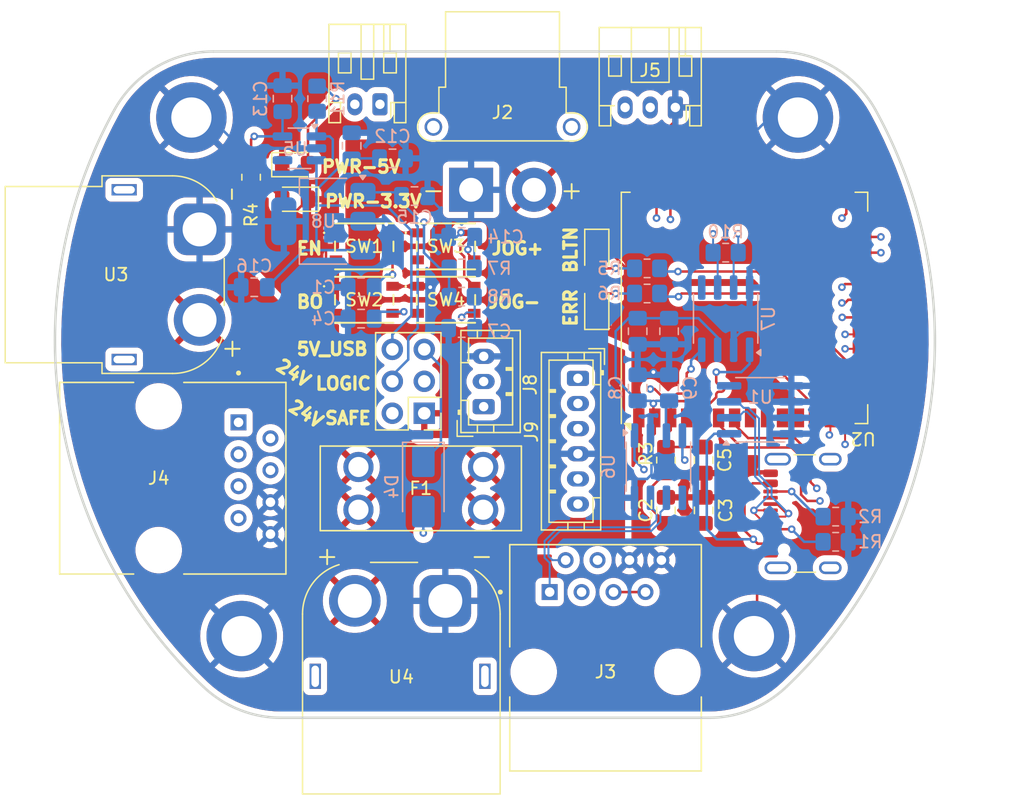
<source format=kicad_pcb>
(kicad_pcb (version 20240108) (generator "pcbnew") (generator_version "8.0")
  (layers (0 "F.Cu" signal) (1 "In1.Cu" signal) (2 "In2.Cu" signal) (31 "B.Cu" signal) (34 "B.Paste" user) (35 "F.Paste" user) (36 "B.SilkS" user "B.Silkscreen") (37 "F.SilkS" user "F.Silkscreen") (38 "B.Mask" user) (39 "F.Mask" user) (44 "Edge.Cuts" user))
  (net 0 "")
  (net 1 "GND")
  (net 2 "EN_PB")
  (net 3 "+3.3V")
  (net 4 "GPIO_0")
  (net 5 "Jog+")
  (net 6 "Jog-")
  (net 7 "Net-(D1-A)")
  (net 8 "Net-(D2-A)")
  (net 9 "Net-(D3-A)")
  (net 10 "+24V")
  (net 11 "+24V_safe")
  (net 13 "USB_P")
  (net 14 "+5V")
  (net 15 "Net-(J1-CC2)")
  (net 17 "USB_N")
  (net 18 "Net-(J1-CC1)")
  (net 21 "+24V_Logic")
  (net 24 "TX_M")
  (net 25 "RX_M")
  (net 26 "LED_BUILTIN")
  (net 27 "LED_ERR")
  (net 34 "RXC")
  (net 37 "Net-(J10-Pin_2)")
  (net 38 "+5V_USB")
  (net 41 "TXC")
  (net 44 "Enco_Pot")
  (net 47 "RXC_M")
  (net 48 "CUI_MOSI")
  (net 53 "TXC_M")
  (net 57 "CUI_MISO")
  (net 58 "CUI_CS")
  (net 59 "CUI_SCLK")
  (net 60 "Net-(D5-A)")
  (net 63 "CAN-")
  (net 64 "CAN+")
  (net 65 "CAN_M-")
  (net 66 "CAN_M+")
  (net 74 "Net-(D4-K)")
  (footprint "Resistor_SMD:R_0805_2012Metric_Pad1.20x1.40mm_HandSolder" (layer "F.Cu") (at 81 94 90)
    (property "Reference" "R3")
    (property "Value" "10k")
  )
  (footprint "LED_SMD:LED_0805_2012Metric_Pad1.15x1.40mm_HandSolder" (layer "F.Cu") (at 75.5 77.5 -90)
    (property "Reference" "D2" (hide yes))
    (property "Value" "B")
  )
  (footprint "Connector_JST:JST_PH_B6B-PH-K_1x06_P2.00mm_Vertical" (layer "F.Cu") (at 74 87.5 -90)
    (property "Reference" "J9")
    (property "Value" "Conn_01x06")
  )
  (footprint "MountingHole:MountingHole_3.2mm_M3_DIN965_Pad_TopBottom" (layer "F.Cu") (at 88 108)
    (property "Reference" "H4" (hide yes))
    (property "Value" "MountingHole_Pad")
  )
  (footprint "Capacitor_SMD:C_0805_2012Metric_Pad1.18x1.45mm_HandSolder" (layer "F.Cu") (at 81 98 90)
    (property "Reference" "C2")
    (property "Value" "22uF")
  )
  (footprint "Capacitor_SMD:C_0805_2012Metric_Pad1.18x1.45mm_HandSolder" (layer "F.Cu") (at 84 98 90)
    (property "Reference" "C3")
    (property "Value" "100nF")
  )
  (footprint "Resistor_SMD:R_0805_2012Metric_Pad1.20x1.40mm_HandSolder" (layer "F.Cu") (at 48 71.5 -90)
    (property "Reference" "R4")
    (property "Value" "5.1k")
  )
  (footprint "RF_Module:ESP32-S3-WROOM-1U" (layer "F.Cu") (at 87.25 81.895606 90)
    (property "Reference" "U2")
    (property "Value" "ESP32-S3-WROVER")
  )
  (footprint "RoverFootprint:SW-PTS815 SJM250SMTRLFS" (layer "F.Cu") (at 63.5 77)
    (property "Reference" "SW3")
    (property "Value" "SW-PTS815SJM250SMTRLFS")
  )
  (footprint "RoverFootprint:SW-PTS815 SJM250SMTRLFS" (layer "F.Cu") (at 57 81.25)
    (property "Reference" "SW2")
    (property "Value" "SW-PTS815SJM250SMTRLFS")
  )
  (footprint "Connector_PinHeader_2.54mm:PinHeader_2x03_P2.54mm_Vertical" (layer "F.Cu") (at 61.775 90.275 180)
    (property "Reference" "J10" (hide yes))
    (property "Value" "Jumper PWR")
  )
  (footprint "LED_SMD:LED_0805_2012Metric_Pad1.15x1.40mm_HandSolder" (layer "F.Cu") (at 51.5 70.5)
    (property "Reference" "D5" (hide yes))
    (property "Value" "B")
  )
  (footprint "RoverFootprint:AMASS_XT60PW-F_1x02_P7.20mm_Horizontal" (layer "F.Cu") (at 43.9 75.65 90)
    (property "Reference" "U3")
    (property "Value" "XT60PM-F")
  )
  (footprint "MountingHole:MountingHole_3.2mm_M3_DIN965_Pad_TopBottom" (layer "F.Cu") (at 47.25 108)
    (property "Reference" "H2" (hide yes))
    (property "Value" "MountingHole_Pad")
  )
  (footprint "Connector_JST:JST_PH_S2B-PH-K_1x02_P2.00mm_Horizontal" (layer "F.Cu") (at 58.25 65.7 180)
    (property "Reference" "J6" (hide yes))
    (property "Value" "Conn_01x02")
  )
  (footprint "RoverFootprint:AMASS_XT60PW-M_1x02_P7.20mm_Horizontal" (layer "F.Cu") (at 63.45 105.2 180)
    (property "Reference" "U4")
    (property "Value" "XT60PW-M")
  )
  (footprint "RoverFootprint:FUSE_3568-20" (layer "F.Cu") (at 61.5 96.25 180)
    (property "Reference" "F1")
    (property "Value" "FuseHolder")
  )
  (footprint "LED_SMD:LED_0805_2012Metric_Pad1.15x1.40mm_HandSolder" (layer "F.Cu") (at 51.5 73.25 180)
    (property "Reference" "D1" (hide yes))
    (property "Value" "G")
  )
  (footprint "RoverFootprint:Ethernet_Horizontal" (layer "F.Cu") (at 40.650001 95.445 -90)
    (property "Reference" "J4")
    (property "Value" "Eth-Horiz")
  )
  (footprint "Connector_USB:USB_C_Receptacle_GCT_USB4105-xx-A_16P_TopMnt_Horizontal" (layer "F.Cu") (at 93 98.25 90)
    (property "Reference" "J1" (hide yes))
    (property "Value" "USB_C_USB4105-GF-A")
  )
  (footprint "Connector_JST:JST_PH_B3B-PH-K_1x03_P2.00mm_Vertical" (layer "F.Cu") (at 66.5 89.75 90)
    (property "Reference" "J8")
    (property "Value" "Conn_01x03")
  )
  (footprint "RoverFootprint:SW-PTS815 SJM250SMTRLFS" (layer "F.Cu") (at 63.5 81.25)
    (property "Reference" "SW4")
    (property "Value" "SW-PTS815SJM250SMTRLFS")
  )
  (footprint "MountingHole:MountingHole_3.2mm_M3_DIN965_Pad_TopBottom" (layer "F.Cu") (at 43.25 66.75)
    (property "Reference" "H3" (hide yes))
    (property "Value" "MountingHole_Pad")
  )
  (footprint "RoverFootprint:AMASS_XT30PW-F_1x02_P2.50mm_Horizontal" (layer "F.Cu") (at 65.5 72.5)
    (property "Reference" "J2")
    (property "Value" "XT30PW-F")
  )
  (footprint "Connector_JST:JST_PH_S3B-PH-K_1x03_P2.00mm_Horizontal" (layer "F.Cu") (at 81.75 65.95 180)
    (property "Reference" "J5")
    (property "Value" "Conn_01x03")
  )
  (footprint "LED_SMD:LED_0805_2012Metric_Pad1.15x1.40mm_HandSolder" (layer "F.Cu") (at 75.5 81.75 90)
    (property "Reference" "D3" (hide yes))
    (property "Value" "B")
  )
  (footprint "RoverFootprint:Ethernet_Horizontal" (layer "F.Cu") (at 76.195 110.85)
    (property "Reference" "J3")
    (property "Value" "Eth-Horiz")
  )
  (footprint "MountingHole:MountingHole_3.2mm_M3_DIN965_Pad_TopBottom" (layer "F.Cu") (at 91.5 66.75)
    (property "Reference" "H1" (hide yes))
    (property "Value" "MountingHole_Pad")
  )
  (footprint "RoverFootprint:SW-PTS815 SJM250SMTRLFS" (layer "F.Cu") (at 57 77)
    (property "Reference" "SW1")
    (property "Value" "SW-PTS815SJM250SMTRLFS")
  )
  (footprint "Capacitor_SMD:C_0805_2012Metric_Pad1.18x1.45mm_HandSolder" (layer "F.Cu") (at 84 94 -90)
    (property "Reference" "C5")
    (property "Value" "1uF")
  )
  (footprint "Capacitor_SMD:C_0805_2012Metric_Pad1.18x1.45mm_HandSolder" (layer "B.Cu") (at 61 73)
    (property "Reference" "C15")
    (property "Value" "10uF")
  )
  (footprint "Capacitor_SMD:C_0805_2012Metric_Pad1.18x1.45mm_HandSolder" (layer "B.Cu") (at 50.5 65.25 90)
    (property "Reference" "C13")
    (property "Value" "10uF")
  )
  (footprint "Capacitor_SMD:C_0805_2012Metric_Pad1.18x1.45mm_HandSolder" (layer "B.Cu") (at 48.25 80.25 180)
    (property "Reference" "C16")
    (property "Value" "10uF")
  )
  (footprint "Capacitor_SMD:C_0805_2012Metric_Pad1.18x1.45mm_HandSolder" (layer "B.Cu") (at 81.25 88.25 90)
    (property "Reference" "C9")
    (property "Value" "100nF")
  )
  (footprint "Resistor_SMD:R_0805_2012Metric_Pad1.20x1.40mm_HandSolder" (layer "B.Cu") (at 85.75 77.5 180)
    (property "Reference" "R10")
    (property "Value" "120")
  )
  (footprint "Resistor_SMD:R_0805_2012Metric_Pad1.20x1.40mm_HandSolder" (layer "B.Cu") (at 94.5 98.5)
    (property "Reference" "R2")
    (property "Value" "5.1k")
  )
  (footprint "Resistor_SMD:R_0805_2012Metric_Pad1.20x1.40mm_HandSolder" (layer "B.Cu") (at 64.75 81)
    (property "Reference" "R8")
    (property "Value" "10k")
  )
  (footprint "Capacitor_SMD:C_0805_2012Metric_Pad1.18x1.45mm_HandSolder" (layer "B.Cu") (at 59.25 70)
    (property "Reference" "C12")
    (property "Value" "10uF")
  )
  (footprint "Package_TO_SOT_SMD:SOT-223-3_TabPin2" (layer "B.Cu") (at 53.75 75 180)
    (property "Reference" "U8")
    (property "Value" "LDO-LM7805MPX/NOPB")
  )
  (footprint "Resistor_SMD:R_0805_2012Metric_Pad1.20x1.40mm_HandSolder" (layer "B.Cu") (at 79.5 80.75 180)
    (property "Reference" "R6")
    (property "Value" "5.1k")
  )
  (footprint "Package_SO:SOIC-8_3.9x4.9mm_P1.27mm" (layer "B.Cu") (at 80.405 94.525 -90)
    (property "Reference" "U6")
    (property "Value" "SN65HVD232")
  )
  (footprint "Capacitor_SMD:C_0805_2012Metric_Pad1.18x1.45mm_HandSolder" (layer "B.Cu") (at 64.75 76.25)
    (property "Reference" "C14")
    (property "Value" "100nF")
  )
  (footprint "Package_SO:SOIC-8_3.9x4.9mm_P1.27mm" (layer "B.Cu") (at 88.5 90)
    (property "Reference" "U1")
    (property "Value" "TVS-SMDB03CE3")
  )
  (footprint "Package_TO_SOT_SMD:SOT-23-5_HandSoldering" (layer "B.Cu") (at 51.85 69.2 180)
    (property "Reference" "U5")
    (property "Value" "LDO-TLV74033PDBVR")
  )
  (footprint "Capacitor_SMD:C_0805_2012Metric_Pad1.18x1.45mm_HandSolder" (layer "B.Cu") (at 64.75 83.5)
    (property "Reference" "C7")
    (property "Value" "100nF")
  )
  (footprint "Diode_SMD:D_SMA" (layer "B.Cu") (at 61.7 96.1 -90)
    (property "Reference" "D4")
    (property "Value" "40V")
  )
  (footprint "Capacitor_SMD:C_0805_2012Metric_Pad1.18x1.45mm_HandSolder" (layer "B.Cu") (at 56 69 90)
    (property "Reference" "C6" (hide yes))
    (property "Value" "100nF")
  )
  (footprint "Resistor_SMD:R_0805_2012Metric_Pad1.20x1.40mm_HandSolder" (layer "B.Cu") (at 64.75 78.75)
    (property "Reference" "R7")
    (property "Value" "10k")
  )
  (footprint "Capacitor_SMD:C_0805_2012Metric_Pad1.18x1.45mm_HandSolder" (layer "B.Cu") (at 81.25 83.75 -90)
    (property "Reference" "C11" (hide yes))
    (property "Value" "100nF")
  )
  (footprint "Capacitor_SMD:C_0805_2012Metric_Pad1.18x1.45mm_HandSolder" (layer "B.Cu") (at 78.75 83.75 -90)
    (property "Reference" "C10" (hide yes))
    (property "Value" "10uF")
  )
  (footprint "Capacitor_SMD:C_0805_2012Metric_Pad1.18x1.45mm_HandSolder" (layer "B.Cu") (at 78.75 88.25 90)
    (property "Reference" "C8")
    (property "Value" "10uF")
  )
  (footprint "Resistor_SMD:R_0805_2012Metric_Pad1.20x1.40mm_HandSolder" (layer "B.Cu") (at 79.5 78.75 180)
    (property "Reference" "R5")
    (property "Value" "5.1k")
  )
  (footprint "Resistor_SMD:R_0805_2012Metric_Pad1.20x1.40mm_HandSolder" (layer "B.Cu") (at 94.5 100.5)
    (property "Reference" "R1")
    (property "Value" "5.1k")
  )
  (footprint "Resistor_SMD:R_0805_2012Metric_Pad1.20x1.40mm_HandSolder" (layer "B.Cu") (at 53.25 65.25 90)
    (property "Reference" "R11")
    (property "Value" "5.1k")
  )
  (footprint "Package_SO:SOIC-8_3.9x4.9mm_P1.27mm" (layer "B.Cu") (at 85.75 82.75 90)
    (property "Reference" "U7")
    (property "Value" "SN65HVD232")
  )
  (footprint "Capacitor_SMD:C_0805_2012Metric_Pad1.18x1.45mm_HandSolder" (layer "B.Cu") (at 56.75 80.25)
    (property "Reference" "C1")
    (property "Value" "100nF")
  )
  (footprint "Capacitor_SMD:C_0805_2012Metric_Pad1.18x1.45mm_HandSolder" (layer "B.Cu") (at 56.75 82.75)
    (property "Reference" "C4")
    (property "Value" "100nF")
  )
  (gr_arc (start 37.11822 66.155172) (mid 40.423072 62.750696) (end 45 61.5) (stroke (width 0.2)) (layer "Edge.Cuts"))
  (gr_line (start 45 61.5) (end 89.79372 61.5) (stroke (width 0.2)) (layer "Edge.Cuts"))
  (gr_arc (start 50.39685 114.5) (mid 47.054335 113.85629) (end 44.189955 112.017241) (stroke (width 0.2)) (layer "Edge.Cuts"))
  (gr_arc (start 89.79372 61.5) (mid 94.370632 62.750701) (end 97.675483 66.155172) (stroke (width 0.2)) (layer "Edge.Cuts"))
  (gr_line (start 50.39685 114.5) (end 84.396851 114.5) (stroke (width 0.2)) (layer "Edge.Cuts"))
  (gr_arc (start 44.189955 112.017241) (mid 32.840702 90.290997) (end 37.11822 66.155172) (stroke (width 0.2)) (layer "Edge.Cuts"))
  (gr_arc (start 97.675483 66.155172) (mid 101.953001 90.290997) (end 90.603748 112.017241) (stroke (width 0.2)) (layer "Edge.Cuts"))
  (gr_arc (start 90.603748 112.017241) (mid 87.739369 113.8563) (end 84.396851 114.5) (stroke (width 0.2)) (layer "Edge.Cuts"))
  (gr_text "24V" (at 49.75 86.75 328) (layer "F.SilkS") (effects (font (size 1 1) (thickness 0.25) (bold yes)) (justify left bottom)))
  (gr_text "BLTN" (at 74 79.25 90) (layer "F.SilkS") (effects (font (size 1 1) (thickness 0.25) (bold yes)) (justify left bottom)))
  (gr_text "ERR" (at 74 83.5 90) (layer "F.SilkS") (effects (font (size 1 1) (thickness 0.25) (bold yes)) (justify left bottom)))
  (gr_text "PWR-5V" (at 53.5 71.25 0) (layer "F.SilkS") (effects (font (size 1 1) (thickness 0.25) (bold yes)) (justify left bottom)))
  (gr_text "BO" (at 51.5 82 0) (layer "F.SilkS") (effects (font (size 1 1) (thickness 0.25) (bold yes)) (justify left bottom)))
  (gr_text "JOG-" (at 66.75 82 0) (layer "F.SilkS") (effects (font (size 1 1) (thickness 0.25) (bold yes)) (justify left bottom)))
  (gr_text "SAFE" (at 53.75 91.25 0) (layer "F.SilkS") (effects (font (size 1 1) (thickness 0.25) (bold yes)) (justify left bottom)))
  (gr_text "JOG+" (at 67 77.75 0) (layer "F.SilkS") (effects (font (size 1 1) (thickness 0.25) (bold yes)) (justify left bottom)))
  (gr_text "EN" (at 51.5 77.75 0) (layer "F.SilkS") (effects (font (size 1 1) (thickness 0.25) (bold yes)) (justify left bottom)))
  (gr_text "5V_USB" (at 51.5 85.75 0) (layer "F.SilkS") (effects (font (size 1 1) (thickness 0.25) (bold yes)) (justify left bottom)))
  (gr_text "24V" (at 50.75 90 328) (layer "F.SilkS") (effects (font (size 1 1) (thickness 0.25) (bold yes)) (justify left bottom)))
  (gr_text "LOGIC" (at 53 88.5 0) (layer "F.SilkS") (effects (font (size 1 1) (thickness 0.25) (bold yes)) (justify left bottom)))
  (gr_text "PWR-3.3V" (at 53.75 74 0) (layer "F.SilkS") (effects (font (size 1 1) (thickness 0.25) (bold yes)) (justify left bottom)))
  (segment (start 54.75 75) (end 54.75 75.925) (width 0.2) (layer "F.Cu") (net 1))
  (segment (start 87.45 101.45) (end 89.32 101.45) (width 0.2) (layer "F.Cu") (net 1))
  (segment (start 76.120606 83.395606) (end 75.5 82.775) (width 0.2) (layer "F.Cu") (net 1))
  (segment (start 88.25 101.45) (end 88.25 107.75) (width 0.2) (layer "F.Cu") (net 1))
  (segment (start 81 96.9625) (end 84 96.9625) (width 0.2) (layer "F.Cu") (net 1))
  (segment (start 61.324998 80.25) (end 61.249999 80.175001) (width 0.2) (layer "F.Cu") (net 1))
  (segment (start 61.249999 80.175001) (end 59.250001 80.175001) (width 0.2) (layer "F.Cu") (net 1))
  (segment (start 78.75 83.395606) (end 77.25 83.395606) (width 0.2) (layer "F.Cu") (net 1))
  (segment (start 78.84 90.645606) (end 78.75 90.555606) (width 0.2) (layer "F.Cu") (net 1))
  (segment (start 86.56 83.395606) (end 80 83.395606) (width 0.2) (layer "F.Cu") (net 1))
  (segment (start 86.2125 96.9625) (end 86.25 97) (width 0.2) (layer "F.Cu") (net 1))
  (segment (start 88.25 107.75) (end 88.5 108) (width 0.2) (layer "F.Cu") (net 1))
  (segment (start 80 83.395606) (end 80 87) (width 0.2) (layer "F.Cu") (net 1))
  (segment (start 65.725 75.9) (end 65.750001 75.925001) (width 0.2) (layer "F.Cu") (net 1))
  (segment (start 54.749999 75.925001) (end 53.954699 76.720301) (width 0.2) (layer "F.Cu") (net 1))
  (segment (start 89.32 101.45) (end 88.25 101.45) (width 0.2) (layer "F.Cu") (net 1))
  (segment (start 64.65 77.001471) (end 65.72647 75.925001) (width 0.2) (layer "F.Cu") (net 1))
  (segment (start 58.75 75.425) (end 59.250001 75.925001) (width 0.2) (layer "F.Cu") (net 1))
  (segment (start 53.954699 76.720301) (end 53.954699 79.379701) (width 0.2) (layer "F.Cu") (net 1))
  (segment (start 49.837545 107.662455) (end 48.5 109) (width 0.2) (layer "F.Cu") (net 1))
  (segment (start 76.475 82.775) (end 77.75 81.5) (width 0.2) (layer "F.Cu") (net 1))
  (segment (start 62.25 80.25) (end 61.324998 80.25) (width 0.2) (layer "F.Cu") (net 1))
  (segment (start 65.72647 75.925001) (end 65.750001 75.925001) (width 0.2) (layer "F.Cu") (net 1))
  (segment (start 75.5 82.775) (end 76.475 82.775) (width 0.2) (layer "F.Cu") (net 1))
  (segment (start 78.84 73.145606) (end 78.84 69.91) (width 0.2) (layer "F.Cu") (net 1))
  (segment (start 78.75 90.555606) (end 78.75 83.395606) (width 0.2) (layer "F.Cu") (net 1))
  (segment (start 64.65 77.50944) (end 64.65 77.001471) (width 0.2) (layer "F.Cu") (net 1))
  (segment (start 86.25 97.75) (end 86.25 100.25) (width 0.2) (layer "F.Cu") (net 1))
  (segment (start 81.75 67) (end 81.75 65.95) (width 0.2) (layer "F.Cu") (net 1))
  (segment (start 53.954699 79.379701) (end 54.749999 80.175001) (width 0.2) (layer "F.Cu") (net 1))
  (segment (start 86.25 100.25) (end 87.45 101.45) (width 0.2) (layer "F.Cu") (net 1))
  (segment (start 65.750001 80.175001) (end 64.954701 79.379701) (width 0.2) (layer "F.Cu") (net 1))
  (segment (start 77.75 78.651471) (end 75.573529 76.475) (width 0.2) (layer "F.Cu") (net 1))
  (segment (start 65.750001 72.750001) (end 65.5 72.5) (width 0.2) (layer "F.Cu") (net 1))
  (segment (start 77.25 83.395606) (end 76.120606 83.395606) (width 0.2) (layer "F.Cu") (net 1))
  (segment (start 87.2 95.05) (end 86.25 96) (width 0.2) (layer "F.Cu") (net 1))
  (segment (start 86.25 96) (end 86.25 97) (width 0.2) (layer "F.Cu") (net 1))
  (segment (start 84 96.9625) (end 86.2125 96.9625) (width 0.2) (layer "F.Cu") (net 1))
  (segment (start 58.75 75.25) (end 58.75 75.425) (width 0.2) (layer "F.Cu") (net 1))
  (segment (start 84 95.0375) (end 84 96.9625) (width 0.2) (layer "F.Cu") (net 1))
  (segment (start 64.7 75.9) (end 65.725 75.9) (width 0.2) (layer "F.Cu") (net 1))
  (segment (start 64.954701 79.379701) (end 64.954701 77.814141) (width 0.2) (layer "F.Cu") (net 1))
  (segment (start 61.249999 75.925001) (end 59.250001 75.925001) (width 0.2) (layer "F.Cu") (net 1))
  (segment (start 52.525 73.25) (end 52.525 72.55) (width 0.2) (layer "F.Cu") (net 1))
  (segment (start 75.573529 76.475) (end 75.5 76.475) (width 0.2) (layer "F.Cu") (net 1))
  (segment (start 64.954701 77.814141) (end 64.65 77.50944) (width 0.2) (layer "F.Cu") (net 1))
  (segment (start 54.75 75.925) (end 54.749999 75.925001) (width 0.2) (layer "F.Cu") (net 1))
  (segment (start 75.5 76.475) (end 75.510606 76.475) (width 0.2) (layer "F.Cu") (net 1))
  (segment (start 50.125 75.65) (end 43.9 75.65) (width 0.2) (layer "F.Cu") (net 1))
  (segment (start 89.32 95.05) (end 87.2 95.05) (width 0.2) (layer "F.Cu") (net 1))
  (segment (start 52.525 72.55) (end 50.475 70.5) (width 0.2) (layer "F.Cu") (net 1))
  (segment (start 52.525 73.25) (end 50.125 75.65) (width 0.2) (layer "F.Cu") (net 1))
  (segment (start 78.84 69.91) (end 81.75 67) (width 0.2) (layer "F.Cu") (net 1))
  (segment (start 86.25 97) (end 86.25 97.75) (width 0.2) (layer "F.Cu") (net 1))
  (segment (start 52.525 73.25) (end 52.525 73.700002) (width 0.2) (layer "F.Cu") (net 1))
  (segment (start 77.75 81.5) (end 77.75 78.651471) (width 0.2) (layer "F.Cu") (net 1))
  (segment (start 80 83.395606) (end 77.25 83.395606) (width 0.2) (layer "F.Cu") (net 1))
  (segment (start 75.510606 76.475) (end 78.84 73.145606) (width 0.2) (layer "F.Cu") (net 1))
  (via (at 62.25 80.25) (size 0.6) (drill 0.3) (layers "F.Cu" "B.Cu") (net 1))
  (via (at 80 87) (size 0.6) (drill 0.3) (layers "F.Cu" "B.Cu") (net 1))
  (via (at 54.75 75) (size 0.6) (drill 0.3) (layers "F.Cu" "B.Cu") (net 1))
  (via (at 58.75 75.25) (size 0.6) (drill 0.3) (layers "F.Cu" "B.Cu") (net 1))
  (via (at 64.7 75.9) (size 0.6) (drill 0.3) (layers "F.Cu" "B.Cu") (net 1))
  (segment (start 79.5 95.5) (end 77.5 95.5) (width 0.2) (layer "B.Cu") (net 1))
  (segment (start 87.655 83.095) (end 86.385 84.365) (width 0.2) (layer "B.Cu") (net 1))
  (segment (start 90.5 67) (end 90.75 67) (width 0.2) (layer "B.Cu") (net 1))
  (segment (start 63.7125 76.25) (end 64.35 76.25) (width 0.2) (layer "B.Cu") (net 1))
  (segment (start 86.385 84.365) (end 86.385 85.225) (width 0.2) (layer "B.Cu") (net 1))
  (segment (start 58.9625 67.9625) (end 56 67.9625) (width 0.2) (layer "B.Cu") (net 1))
  (segment (start 89 67) (end 88 68) (width 0.2) (layer "B.Cu") (net 1))
  (segment (start 90.75 67) (end 91.75 68) (width 0.2) (layer "B.Cu") (net 1))
  (segment (start 47.2 69.2) (end 44 66) (width 0.2) (layer "B.Cu") (net 1))
  (segment (start 63.7125 76.25) (end 63.7125 75.4625) (width 0.2) (layer "B.Cu") (net 1))
  (segment (start 60.2875 70) (end 60.2875 69.2875) (width 0.2) (layer "B.Cu") (net 1))
  (segment (start 79.85 95.15) (end 79.5 95.5) (width 0.2) (layer "B.Cu") (net 1))
  (segment (start 60.2875 69.2875) (end 58.9625 67.9625) (width 0.2) (layer "B.Cu") (net 1))
  (segment (start 53.2 69.2) (end 47.2 69.2) (width 0.2) (layer "B.Cu") (net 1))
  (segment (start 75.5 93.5) (end 74 93.5) (width 0.2) (layer "B.Cu") (net 1))
  (segment (start 64.35 76.25) (end 64.7 75.9) (width 0.2) (layer "B.Cu") (net 1))
  (segment (start 77.5 95.5) (end 75.5 93.5) (width 0.2) (layer "B.Cu") (net 1))
  (segment (start 87.655 80.275) (end 87.655 83.095) (width 0.2) (layer "B.Cu") (net 1))
  (segment (start 79.77 92.05) (end 79.85 92.13) (width 0.2) (layer "B.Cu") (net 1))
  (segment (start 89.25 67) (end 89 67) (width 0.2) (layer "B.Cu") (net 1))
  (segment (start 63 74.75) (end 63 73.9625) (width 0.2) (layer "B.Cu") (net 1))
  (segment (start 44 66) (end 44 66.5375) (width 0.2) (layer "B.Cu") (net 1))
  (segment (start 63 73.9625) (end 62.0375 73) (width 0.2) (layer "B.Cu") (net 1))
  (segment (start 79.85 92.13) (end 79.85 95.15) (width 0.2) (layer "B.Cu") (net 1))
  (segment (start 63.7125 75.4625) (end 63 74.75) (width 0.2) (layer "B.Cu") (net 1))
  (segment (start 79.752979 88.35) (end 80.1 88.35) (width 0.2) (layer "F.Cu") (net 2))
  (segment (start 81 92) (end 81.38 91.62) (width 0.2) (layer "F.Cu") (net 2))
  (segment (start 81.5375 92.9625) (end 84 92.9625) (width 0.2) (layer "F.Cu") (net 2))
  (segment (start 80.1 88.35) (end 81.38 89.63) (width 0.2) (layer "F.Cu") (net 2))
  (segment (start 81.5 93) (end 81.5375 92.9625) (width 0.2) (layer "F.Cu") (net 2))
  (segment (start 81.38 89.63) (end 81.38 90.645606) (width 0.2) (layer "F.Cu") (net 2))
  (segment (start 59.25 79.25) (end 59.25 78.075) (width 0.2) (layer "F.Cu") (net 2))
  (segment (start 59.25 78.075) (end 59.250001 78.074999) (width 0.2) (layer "F.Cu") (net 2))
  (segment (start 81 93) (end 81.5 93) (width 0.2) (layer "F.Cu") (net 2))
  (segment (start 81.38 91.62) (end 81.38 90.645606) (width 0.2) (layer "F.Cu") (net 2))
  (segment (start 81 93) (end 81 92) (width 0.2) (layer "F.Cu") (net 2))
  (via (at 59.25 79.25) (size 0.6) (drill 0.3) (layers "F.Cu" "B.Cu") (net 2))
  (via (at 79.752979 88.35) (size 0.6) (drill 0.3) (layers "F.Cu" "B.Cu") (net 2))
  (segment (start 58.7875 79.25) (end 57.7875 80.25) (width 0.2) (layer "B.Cu") (net 2))
  (segment (start 59.25 79.25) (end 58.7875 79.25) (width 0.2) (layer "B.Cu") (net 2))
  (segment (start 79.75 93.5) (end 79.75 92.25) (width 0.2) (layer "F.Cu") (net 3))
  (segment (start 48 68.5) (end 48 70.5) (width 0.2) (layer "F.Cu") (net 3))
  (segment (start 48.25 68.25) (end 48 68.5) (width 0.2) (layer "F.Cu") (net 3))
  (segment (start 81 99.0375) (end 84 99.0375) (width 0.2) (layer "F.Cu") (net 3))
  (segment (start 79.75 96.25) (end 79.75 97.7875) (width 0.2) (layer "F.Cu") (net 3))
  (segment (start 81 94.75) (end 79.75 93.5) (width 0.2) (layer "F.Cu") (net 3))
  (segment (start 79.75 97.7875) (end 81 99.0375) (width 0.2) (layer "F.Cu") (net 3))
  (segment (start 81 95) (end 79.75 96.25) (width 0.2) (layer "F.Cu") (net 3))
  (segment (start 80 89.5) (end 80 90.535606) (width 0.2) (layer "F.Cu") (net 3))
  (segment (start 79.75 92.25) (end 80.11 91.89) (width 0.2) (layer "F.Cu") (net 3))
  (segment (start 80.11 91.89) (end 80.11 90.645606) (width 0.2) (layer "F.Cu") (net 3))
  (segment (start 81 95) (end 81 94.75) (width 0.2) (layer "F.Cu") (net 3))
  (segment (start 80 90.535606) (end 80.11 90.645606) (width 0.2) (layer "F.Cu") (net 3))
  (via (at 80 89.5) (size 0.6) (drill 0.3) (layers "F.Cu" "B.Cu") (net 3))
  (via (at 48.25 68.25) (size 0.6) (drill 0.3) (layers "F.Cu" "B.Cu") (net 3))
  (via (at 61.752088 75.069445) (size 0.6) (drill 0.3) (layers "F.Cu" "B.Cu") (net 3))
  (segment (start 63.75 81) (end 63.75 78.75) (width 0.2) (layer "B.Cu") (net 3))
  (segment (start 61.752088 75.069445) (end 61.752088 77.502088) (width 0.2) (layer "B.Cu") (net 3))
  (segment (start 81 92.01) (end 81.04 92.05) (width 0.2) (layer "B.Cu") (net 3))
  (segment (start 85.115 84.250001) (end 85.115 85.225) (width 0.2) (layer "B.Cu") (net 3))
  (segment (start 78.75 89.2875) (end 77 87.5375) (width 0.2) (layer "B.Cu") (net 3))
  (segment (start 50.5 68.25) (end 50.5 66.2875) (width 0.2) (layer "B.Cu") (net 3))
  (segment (start 78.75 82.7125) (end 81.25 82.7125) (width 0.2) (layer "B.Cu") (net 3))
  (segment (start 77 87.5375) (end 77 83.75) (width 0.2) (layer "B.Cu") (net 3))
  (segment (start 79.7875 89.2875) (end 80 89.5) (width 0.2) (layer "B.Cu") (net 3))
  (segment (start 77 83.75) (end 78.0375 82.7125) (width 0.2) (layer "B.Cu") (net 3))
  (segment (start 81.25 82.7125) (end 83.577499 82.7125) (width 0.2) (layer "B.Cu") (net 3))
  (segment (start 78.0375 82.7125) (end 78.75 82.7125) (width 0.2) (layer "B.Cu") (net 3))
  (segment (start 50.5 68.25) (end 48.25 68.25) (width 0.2) (layer "B.Cu") (net 3))
  (segment (start 63 78.75) (end 63.75 78.75) (width 0.2) (layer "B.Cu") (net 3))
  (segment (start 81.25 89.2875) (end 81 89.5375) (width 0.2) (layer "B.Cu") (net 3))
  (segment (start 78.75 89.2875) (end 79.7875 89.2875) (width 0.2) (layer "B.Cu") (net 3))
  (segment (start 80.2125 89.2875) (end 81.25 89.2875) (width 0.2) (layer "B.Cu") (net 3))
  (segment (start 61.752088 77.502088) (end 63 78.75) (width 0.2) (layer "B.Cu") (net 3))
  (segment (start 80 89.5) (end 80.2125 89.2875) (width 0.2) (layer "B.Cu") (net 3))
  (segment (start 81 89.5375) (end 81 92.01) (width 0.2) (layer "B.Cu") (net 3))
  (segment (start 83.577499 82.7125) (end 85.115 84.250001) (width 0.2) (layer "B.Cu") (net 3))
  (segment (start 95.35 74.4) (end 95.35 73.145606) (width 0.2) (layer "F.Cu") (net 4))
  (segment (start 60.15 82.200735) (end 60.025736 82.324999) (width 0.2) (layer "F.Cu") (net 4))
  (segment (start 95 74.75) (end 95.35 74.4) (width 0.2) (layer "F.Cu") (net 4))
  (segment (start 60.025736 82.324999) (end 59.250001 82.324999) (width 0.2) (layer "F.Cu") (net 4))
  (via (at 60.15 82.200735) (size 0.6) (drill 0.3) (layers "F.Cu" "B.Cu") (net 4))
  (via (at 95 74.75) (size 0.6) (drill 0.3) (layers "F.Cu" "B.Cu") (net 4))
  (segment (start 60.15 82.200735) (end 58.336765 82.200735) (width 0.2) (layer "B.Cu") (net 4))
  (segment (start 58.336765 82.200735) (end 57.7875 82.75) (width 0.2) (layer "B.Cu") (net 4))
  (segment (start 96.400606 84) (end 96.6 83.800606) (width 0.155814) (layer "F.Cu") (net 5))
  (segment (start 65.25 77.25) (end 65.25 77.574998) (width 0.155814) (layer "F.Cu") (net 5))
  (segment (start 95.25 84) (end 96.400606 84) (width 0.155814) (layer "F.Cu") (net 5))
  (segment (start 65.25 77.574998) (end 65.750001 78.074999) (width 0.155814) (layer "F.Cu") (net 5))
  (via (at 95.25 84) (size 0.6) (drill 0.3) (layers "F.Cu" "B.Cu") (net 5))
  (via (at 65.25 77.25) (size 0.6) (drill 0.3) (layers "F.Cu" "B.Cu") (net 5))
  (segment (start 65.75 76.2875) (end 65.7875 76.25) (width 0.155814) (layer "B.Cu") (net 5))
  (segment (start 65.75 78.75) (end 65.75 76.2875) (width 0.155814) (layer "B.Cu") (net 5))
  (segment (start 65.25 77.25) (end 65.25 76.7875) (width 0.155814) (layer "B.Cu") (net 5))
  (segment (start 65.25 76.7875) (end 65.7875 76.25) (width 0.155814) (layer "B.Cu") (net 5))
  (segment (start 65.075001 82.324999) (end 65.750001 82.324999) (width 0.155814) (layer "F.Cu") (net 6))
  (segment (start 95.25 85.15) (end 96.520606 85.15) (width 0.155814) (layer "F.Cu") (net 6))
  (segment (start 64.75 82.65) (end 65.075001 82.324999) (width 0.155814) (layer "F.Cu") (net 6))
  (segment (start 96.520606 85.15) (end 96.6 85.070606) (width 0.155814) (layer "F.Cu") (net 6))
  (via (at 95.25 85.15) (size 0.6) (drill 0.3) (layers "F.Cu" "B.Cu") (net 6))
  (via (at 64.75 82.65) (size 0.6) (drill 0.3) (layers "F.Cu" "B.Cu") (net 6))
  (segment (start 65.7875 81.0375) (end 65.7875 83.5) (width 0.155814) (layer "B.Cu") (net 6))
  (segment (start 65.15 82.25) (end 64.75 82.65) (width 0.155814) (layer "B.Cu") (net 6))
  (segment (start 65.7875 81.0375) (end 65.7875 82.25) (width 0.155814) (layer "B.Cu") (net 6))
  (segment (start 65.75 81) (end 65.7875 81.0375) (width 0.155814) (layer "B.Cu") (net 6))
  (segment (start 65.7875 82.25) (end 65.15 82.25) (width 0.155814) (layer "B.Cu") (net 6))
  (segment (start 49.725 72.5) (end 50.475 73.25) (width 0.2) (layer "F.Cu") (net 7))
  (segment (start 48 72.5) (end 49.725 72.5) (width 0.2) (layer "F.Cu") (net 7))
  (segment (start 75.725 78.75) (end 75.5 78.525) (width 0.2) (layer "F.Cu") (net 8))
  (segment (start 77 78.75) (end 75.725 78.75) (width 0.2) (layer "F.Cu") (net 8))
  (via (at 77 78.75) (size 0.6) (drill 0.3) (layers "F.Cu" "B.Cu") (net 8))
  (segment (start 78.5 78.75) (end 77 78.75) (width 0.2) (layer "B.Cu") (net 8))
  (segment (start 75.525 80.75) (end 75.5 80.725) (width 0.2) (layer "F.Cu") (net 9))
  (segment (start 77 80.75) (end 75.525 80.75) (width 0.2) (layer "F.Cu") (net 9))
  (via (at 77 80.75) (size 0.6) (drill 0.3) (layers "F.Cu" "B.Cu") (net 9))
  (segment (start 78.5 80.75) (end 77 80.75) (width 0.2) (layer "B.Cu") (net 9))
  (segment (start 45.59 82.35) (end 44 82.35) (width 0.2) (layer "F.Cu") (net 10))
  (segment (start 89.828849 97.5) (end 89.32 97.5) (width 0.155814) (layer "F.Cu") (net 13))
  (segment (start 95.35 91.65) (end 95.35 90.645606) (width 0.155814) (layer "F.Cu") (net 13))
  (segment (start 95.25 91.75) (end 95.35 91.65) (width 0.155814) (layer "F.Cu") (net 13))
  (segment (start 90.5 98.5) (end 89.32 98.5) (width 0.155814) (layer "F.Cu") (net 13))
  (segment (start 90.75 98.25) (end 90.578849 98.25) (width 0.155814) (layer "F.Cu") (net 13))
  (segment (start 90.578849 98.25) (end 89.828849 97.5) (width 0.155814) (layer "F.Cu") (net 13))
  (segment (start 95.25 92.75) (end 95.25 91.75) (width 0.155814) (layer "F.Cu") (net 13))
  (segment (start 90.75 98.25) (end 90.5 98.5) (width 0.155814) (layer "F.Cu") (net 13))
  (via (at 95.25 92.75) (size 0.6) (drill 0.3) (layers "F.Cu" "B.Cu") (net 13))
  (via (at 90.75 98.25) (size 0.6) (drill 0.3) (layers "F.Cu" "B.Cu") (net 13))
  (segment (start 89.404107 96.904107) (end 89.404107 96.186165) (width 0.155814) (layer "B.Cu") (net 13))
  (segment (start 87.180893 89.845893) (end 86.7 89.365) (width 0.155814) (layer "B.Cu") (net 13))
  (segment (start 89.404107 96.186165) (end 88.404107 95.186165) (width 0.155814) (layer "B.Cu") (net 13))
  (segment (start 88.404107 95.186165) (end 88.404107 90.686165) (width 0.155814) (layer "B.Cu") (net 13))
  (segment (start 88.404107 90.686165) (end 87.563835 89.845893) (width 0.155814) (layer "B.Cu") (net 13))
  (segment (start 86.7 89.365) (end 86.025 89.365) (width 0.155814) (layer "B.Cu") (net 13))
  (segment (start 87.563835 89.845893) (end 87.180893 89.845893) (width 0.155814) (layer "B.Cu") (net 13))
  (segment (start 90.75 98.25) (end 89.404107 96.904107) (width 0.155814) (layer "B.Cu") (net 13))
  (segment (start 53.2 77.25) (end 53.25 77.3) (width 0.2) (layer "B.Cu") (net 14))
  (segment (start 56 70.0375) (end 55.6625 70.0375) (width 0.2) (layer "B.Cu") (net 14))
  (segment (start 59.235 85.195) (end 59.235 84.015) (width 0.2) (layer "B.Cu") (net 14))
  (segment (start 52.2 77.3) (end 53.25 77.3) (width 0.2) (layer "B.Cu") (net 14))
  (segment (start 60.75 75.75) (end 58.75 73.75) (width 0.2) (layer "B.Cu") (net 14))
  (segment (start 53.25 77.3) (end 54.5 77.3) (width 0.2) (layer "B.Cu") (net 14))
  (segment (start 54.5 70) (end 54.5 68.5) (width 0.2) (layer "B.Cu") (net 14))
  (segment (start 49.2875 80.25) (end 49.2875 80.2125) (width 0.2) (layer "B.Cu") (net 14))
  (segment (start 60.75 82.5) (end 60.75 75.75) (width 0.2) (layer "B.Cu") (net 14))
  (segment (start 54.5 77.3) (end 56.9 77.3) (width 0.2) (layer "B.Cu") (net 14))
  (segment (start 53.2 70.15) (end 53.2 72.5) (width 0.2) (layer "B.Cu") (net 14))
  (segment (start 53.2 66.3) (end 53.25 66.25) (width 0.2) (layer "B.Cu") (net 14))
  (segment (start 54.25 68.25) (end 53.2 68.25) (width 0.2) (layer "B.Cu") (net 14))
  (segment (start 54.5 68.5) (end 54.25 68.25) (width 0.2) (layer "B.Cu") (net 14))
  (segment (start 58.75 73.75) (end 53.2 73.75) (width 0.2) (layer "B.Cu") (net 14))
  (segment (start 53.2 73.75) (end 53.2 77.25) (width 0.2) (layer "B.Cu") (net 14))
  (segment (start 49.2875 80.2125) (end 52.2 77.3) (width 0.2) (layer "B.Cu") (net 14))
  (segment (start 54.35 70.15) (end 54.5 70) (width 0.2) (layer "B.Cu") (net 14))
  (segment (start 53.2 70.15) (end 54.35 70.15) (width 0.2) (layer "B.Cu") (net 14))
  (segment (start 56.0375 70) (end 56 70.0375) (width 0.2) (layer "B.Cu") (net 14))
  (segment (start 55.6625 70.0375) (end 53.2 72.5) (width 0.2) (layer "B.Cu") (net 14))
  (segment (start 53.2 72.5) (end 53.2 73.75) (width 0.2) (layer "B.Cu") (net 14))
  (segment (start 58.2125 70) (end 56.0375 70) (width 0.2) (layer "B.Cu") (net 14))
  (segment (start 59.235 84.015) (end 60.75 82.5) (width 0.2) (layer "B.Cu") (net 14))
  (segment (start 53.2 68.25) (end 53.2 66.3) (width 0.2) (layer "B.Cu") (net 14))
  (segment (start 91 96.5) (end 89.32 96.5) (width 0.2) (layer "F.Cu") (net 15))
  (via (at 91 96.5) (size 0.6) (drill 0.3) (layers "F.Cu" "B.Cu") (net 15))
  (segment (start 91 96.5) (end 93 98.5) (width 0.2) (layer "B.Cu") (net 15))
  (segment (start 93 98.5) (end 93.5 98.5) (width 0.2) (layer "B.Cu") (net 15))
  (segment (start 94 92) (end 94.08 91.92) (width 0.155814) (layer "F.Cu") (net 17))
  (segment (start 88.811152 99) (end 89.32 99) (width 0.155814) (layer "F.Cu") (net 17))
  (segment (start 88 98) (end 88 98.188848) (width 0.155814) (layer "F.Cu") (net 17))
  (segment (start 94.08 91.92) (end 94.08 90.645606) (width 0.155814) (layer "F.Cu") (net 17))
  (segment (start 88 98) (end 89.320001 98) (width 0.155814) (layer "F.Cu") (net 17))
  (segment (start 88 98.188848) (end 88.811152 99) (width 0.155814) (layer "F.Cu") (net 17))
  (via (at 94 92) (size 0.6) (drill 0.3) (layers "F.Cu" "B.Cu") (net 17))
  (via (at 88 98) (size 0.6) (drill 0.3) (layers "F.Cu" "B.Cu") (net 17))
  (segment (start 88.095893 90.813835) (end 87.436165 90.154107) (width 0.155814) (layer "B.Cu") (net 17))
  (segment (start 87.180893 90.154107) (end 86.7 90.635) (width 0.155814) (layer "B.Cu") (net 17))
  (segment (start 88.095893 95.313835) (end 88.095893 90.813835) (width 0.155814) (layer "B.Cu") (net 17))
  (segment (start 89.095893 96.313835) (end 88.095893 95.313835) (width 0.155814) (layer "B.Cu") (net 17))
  (segment (start 88 98) (end 89.095893 96.904107) (width 0.155814) (layer "B.Cu") (net 17))
  (segment (start 89.095893 96.904107) (end 89.095893 96.313835) (width 0.155814) (layer "B.Cu") (net 17))
  (segment (start 87.436165 90.154107) (end 87.180893 90.154107) (width 0.155814) (layer "B.Cu") (net 17))
  (segment (start 86.7 90.635) (end 86.025 90.635) (width 0.155814) (layer "B.Cu") (net 17))
  (segment (start 91 99.5) (end 89.32 99.5) (width 0.2) (layer "F.Cu") (net 18))
  (via (at 91 99.5) (size 0.6) (drill 0.3) (layers "F.Cu" "B.Cu") (net 18))
  (segment (start 92 100.5) (end 93.5 100.5) (width 0.2) (layer "B.Cu") (net 18))
  (segment (start 91 99.5) (end 92 100.5) (width 0.2) (layer "B.Cu") (net 18))
  (segment (start 76.83 104.5) (end 79.37 104.5) (width 0.2) (layer "F.Cu") (net 21))
  (segment (start 91.25 92.25) (end 87.534394 92.25) (width 0.2) (layer "F.Cu") (net 24))
  (segment (start 87.534394 92.25) (end 86.46 91.175606) (width 0.2) (layer "F.Cu") (net 24))
  (segment (start 86.46 91.175606) (end 86.46 90.645606) (width 0.2) (layer "F.Cu") (net 24))
  (segment (start 92.5 93.5) (end 91.25 92.25) (width 0.2) (layer "F.Cu") (net 24))
  (segment (start 92.5 95.75) (end 92.5 93.5) (width 0.2) (layer "F.Cu") (net 24))
  (segment (start 93 96.25) (end 92.5 95.75) (width 0.2) (layer "F.Cu") (net 24))
  (via (at 93 96.25) (size 0.6) (drill 0.3) (layers "F.Cu" "B.Cu") (net 24))
  (segment (start 85.19 91.175606) (end 85.19 90.645606) (width 0.2) (layer "F.Cu") (net 25))
  (segment (start 93.25 97.25) (end 92.25 97.25) (width 0.2) (layer "F.Cu") (net 25))
  (segment (start 91.75 93.75) (end 91 93) (width 0.2) (layer "F.Cu") (net 25))
  (segment (start 92.25 97.25) (end 91.75 96.75) (width 0.2) (layer "F.Cu") (net 25))
  (segment (start 87.014394 93) (end 85.19 91.175606) (width 0.2) (layer "F.Cu") (net 25))
  (segment (start 91 93) (end 87.014394 93) (width 0.2) (layer "F.Cu") (net 25))
  (segment (start 91.75 96.75) (end 91.75 93.75) (width 0.2) (layer "F.Cu") (net 25))
  (via (at 93.25 97.25) (size 0.6) (drill 0.3) (layers "F.Cu" "B.Cu") (net 25))
  (segment (start 88.251471 79) (end 81.956627 79) (width 0.2) (layer "F.Cu") (net 26))
  (segment (start 96.6 86.340606) (end 95.592077 86.340606) (width 0.2) (layer "F.Cu") (net 26))
  (segment (start 95.592077 86.340606) (end 88.251471 79) (width 0.2) (layer "F.Cu") (net 26))
  (via (at 81.956627 79) (size 0.6) (drill 0.3) (layers "F.Cu" "B.Cu") (net 26))
  (segment (start 80.75 79) (end 80.5 78.75) (width 0.2) (layer "B.Cu") (net 26))
  (segment (start 81.956627 79) (end 80.75 79) (width 0.2) (layer "B.Cu") (net 26))
  (segment (start 82.25 80.75) (end 82 81) (width 0.2) (layer "F.Cu") (net 27))
  (segment (start 92.81 89.695606) (end 89.25 86.135606) (width 0.2) (layer "F.Cu") (net 27))
  (segment (start 89.25 80.75) (end 82.25 80.75) (width 0.2) (layer "F.Cu") (net 27))
  (segment (start 89.25 86.135606) (end 89.25 80.75) (width 0.2) (layer "F.Cu") (net 27))
  (segment (start 92.81 90.645606) (end 92.81 89.695606) (width 0.2) (layer "F.Cu") (net 27))
  (via (at 82 81) (size 0.6) (drill 0.3) (layers "F.Cu" "B.Cu") (net 27))
  (segment (start 82 81) (end 80.75 81) (width 0.2) (layer "B.Cu") (net 27))
  (segment (start 80.75 81) (end 80.5 80.75) (width 0.2) (layer "B.Cu") (net 27))
  (segment (start 96.669394 76.25) (end 96.6 76.180606) (width 0.2) (layer "F.Cu") (net 34))
  (segment (start 98.1 76.25) (end 96.669394 76.25) (width 0.2) (layer "F.Cu") (net 34))
  (via (at 82.5 94) (size 0.6) (drill 0.3) (layers "F.Cu" "B.Cu") (net 34))
  (via (at 98.1 76.25) (size 0.6) (drill 0.3) (layers "F.Cu" "B.Cu") (net 34))
  (segment (start 82.31 93.81) (end 82.5 94) (width 0.2) (layer "B.Cu") (net 34))
  (segment (start 82.31 92.05) (end 82.31 93.81) (width 0.2) (layer "B.Cu") (net 34))
  (segment (start 61.152088 74.820916) (end 61.152088 75.317974) (width 0.2) (layer "B.Cu") (net 37))
  (segment (start 61.217752 74.755252) (end 61.152088 74.820916) (width 0.2) (layer "B.Cu") (net 37))
  (segment (start 59.6625 72.7) (end 59.9625 73) (width 0.2) (layer "B.Cu") (net 37))
  (segment (start 56.9 72.7) (end 59.6625 72.7) (width 0.2) (layer "B.Cu") (net 37))
  (segment (start 59.235 87.265) (end 59.235 87.735) (width 0.2) (layer "B.Cu") (net 37))
  (segment (start 61.25 75.415886) (end 61.25 83.5) (width 0.2) (layer "B.Cu") (net 37))
  (segment (start 59.9625 73.5) (end 61.217752 74.755252) (width 0.2) (layer "B.Cu") (net 37))
  (segment (start 61.152088 75.317974) (end 61.25 75.415886) (width 0.2) (layer "B.Cu") (net 37))
  (segment (start 60.5 84.25) (end 60.5 86) (width 0.2) (layer "B.Cu") (net 37))
  (segment (start 59.9625 73) (end 59.9625 73.5) (width 0.2) (layer "B.Cu") (net 37))
  (segment (start 57.0625 72.5375) (end 56.9 72.7) (width 0.2) (layer "B.Cu") (net 37))
  (segment (start 61.25 83.5) (end 60.5 84.25) (width 0.2) (layer "B.Cu") (net 37))
  (segment (start 60.5 86) (end 59.235 87.265) (width 0.2) (layer "B.Cu") (net 37))
  (segment (start 87.25 99.6) (end 87.95 100.3) (width 0.2) (layer "F.Cu") (net 38))
  (segment (start 87.95 100.3) (end 88.3 100.65) (width 0.2) (layer "F.Cu") (net 38))
  (segment (start 87.9 95.85) (end 87.25 96.5) (width 0.2) (layer "F.Cu") (net 38))
  (segment (start 88.3 100.65) (end 89.32 100.65) (width 0.2) (layer "F.Cu") (net 38))
  (segment (start 89.32 95.85) (end 87.9 95.85) (width 0.2) (layer "F.Cu") (net 38))
  (segment (start 87.25 96.5) (end 87.25 99.6) (width 0.2) (layer "F.Cu") (net 38))
  (via (at 87.95 100.3) (size 0.6) (drill 0.3) (layers "F.Cu" "B.Cu") (net 38))
  (via (at 61.7 99.8) (size 0.6) (drill 0.3) (layers "F.Cu" "B.Cu") (net 38))
  (segment (start 61.7 98.1) (end 61.7 99.8) (width 0.2) (layer "B.Cu") (net 38))
  (segment (start 85.05 100.3) (end 84.25 99.5) (width 0.2) (layer "B.Cu") (net 38))
  (segment (start 84.25 92.5) (end 84.845 91.905) (width 0.2) (layer "B.Cu") (net 38))
  (segment (start 87.95 100.3) (end 85.05 100.3) (width 0.2) (layer "B.Cu") (net 38))
  (segment (start 84.845 91.905) (end 86.025 91.905) (width 0.2) (layer "B.Cu") (net 38))
  (segment (start 84.25 99.5) (end 84.25 92.5) (width 0.2) (layer "B.Cu") (net 38))
  (segment (start 98.1 77.5) (end 96.649394 77.5) (width 0.2) (layer "F.Cu") (net 41))
  (segment (start 96.649394 77.5) (end 96.6 77.450606) (width 0.2) (layer "F.Cu") (net 41))
  (via (at 79.25 94.75) (size 0.6) (drill 0.3) (layers "F.Cu" "B.Cu") (net 41))
  (via (at 98.1 77.5) (size 0.6) (drill 0.3) (layers "F.Cu" "B.Cu") (net 41))
  (segment (start 78.5 94) (end 78.5 92.05) (width 0.2) (layer "B.Cu") (net 41))
  (segment (start 79.25 94.75) (end 78.5 94) (width 0.2) (layer "B.Cu") (net 41))
  (segment (start 80.25 73.285606) (end 80.11 73.145606) (width 0.2) (layer "F.Cu") (net 44))
  (segment (start 80.25 74.75) (end 80.25 73.285606) (width 0.2) (layer "F.Cu") (net 44))
  (via (at 80.25 74.75) (size 0.6) (drill 0.3) (layers "F.Cu" "B.Cu") (net 44))
  (segment (start 82.65 89.670443) (end 82.65 90.645606) (width 0.2) (layer "F.Cu") (net 47))
  (segment (start 82.65 87.1) (end 82.65 87.870443) (width 0.2) (layer "F.Cu") (net 47))
  (segment (start 83 86.75) (end 82.65 87.1) (width 0.2) (layer "F.Cu") (net 47))
  (segment (start 82.89 88.710443) (end 81.975573 88.710443) (width 0.2) (layer "F.Cu") (net 47))
  (segment (start 83.324427 88.710443) (end 82.89 88.710443) (width 0.2) (layer "F.Cu") (net 47))
  (segment (start 81.975573 89.310443) (end 82.41 89.310443) (width 0.2) (layer "F.Cu") (net 47))
  (segment (start 82.65 89.550443) (end 82.65 89.670443) (width 0.2) (layer "F.Cu") (net 47))
  (segment (start 83.564427 88.350443) (end 83.564427 88.470443) (width 0.2) (layer "F.Cu") (net 47))
  (segment (start 81.735573 88.950443) (end 81.735573 89.070443) (width 0.2) (layer "F.Cu") (net 47))
  (segment (start 82.89 88.110443) (end 83.324427 88.110443) (width 0.2) (layer "F.Cu") (net 47))
  (via (at 83 86.75) (size 0.6) (drill 0.3) (layers "F.Cu" "B.Cu") (net 47))
  (arc (start 81.735573 89.070443) (mid 81.805867 89.240149) (end 81.975573 89.310443) (width 0.2) (layer "F.Cu") (net 47))
  (arc (start 81.975573 88.710443) (mid 81.805867 88.780737) (end 81.735573 88.950443) (width 0.2) (layer "F.Cu") (net 47))
  (arc (start 83.564427 88.470443) (mid 83.494133 88.640149) (end 83.324427 88.710443) (width 0.2) (layer "F.Cu") (net 47))
  (arc (start 82.41 89.310443) (mid 82.579706 89.380737) (end 82.65 89.550443) (width 0.2) (layer "F.Cu") (net 47))
  (arc (start 83.324427 88.110443) (mid 83.494133 88.180737) (end 83.564427 88.350443) (width 0.2) (layer "F.Cu") (net 47))
  (arc (start 82.65 87.870443) (mid 82.720294 88.040149) (end 82.89 88.110443) (width 0.2) (layer "F.Cu") (net 47))
  (segment (start 83 86.75) (end 83 86.07) (width 0.2) (layer "B.Cu") (net 47))
  (segment (start 83 86.07) (end 83.845 85.225) (width 0.2) (layer "B.Cu") (net 47))
  (segment (start 95.25 81.5) (end 95.5 81.25) (width 0.2) (layer "F.Cu") (net 48))
  (segment (start 95 81.5) (end 95.25 81.5) (width 0.2) (layer "F.Cu") (net 48))
  (segment (start 96.589394 81.25) (end 96.6 81.260606) (width 0.2) (layer "F.Cu") (net 48))
  (segment (start 95.5 81.25) (end 96.589394 81.25) (width 0.2) (layer "F.Cu") (net 48))
  (via (at 95 81.5) (size 0.6) (drill 0.3) (layers "F.Cu" "B.Cu") (net 48))
  (segment (start 83.92 90.08) (end 83.92 90.645606) (width 0.2) (layer "F.Cu") (net 53))
  (segment (start 85 87) (end 85 87.720519) (width 0.2) (layer "F.Cu") (net 53))
  (segment (start 85.24 87.960519) (end 85.400941 87.960519) (width 0.2) (layer "F.Cu") (net 53))
  (segment (start 85 88.800519) (end 85 88.920519) (width 0.2) (layer "F.Cu") (net 53))
  (segment (start 85 88.920519) (end 85 89) (width 0.2) (layer "F.Cu") (net 53))
  (segment (start 85.640941 88.200519) (end 85.640941 88.320519) (width 0.2) (layer "F.Cu") (net 53))
  (segment (start 85 89) (end 83.92 90.08) (width 0.2) (layer "F.Cu") (net 53))
  (segment (start 85.400941 88.560519) (end 85.24 88.560519) (width 0.2) (layer "F.Cu") (net 53))
  (via (at 85 87) (size 0.6) (drill 0.3) (layers "F.Cu" "B.Cu") (net 53))
  (arc (start 85.24 88.560519) (mid 85.070294 88.630813) (end 85 88.800519) (width 0.2) (layer "F.Cu") (net 53))
  (arc (start 85.400941 87.960519) (mid 85.570647 88.030813) (end 85.640941 88.200519) (width 0.2) (layer "F.Cu") (net 53))
  (arc (start 85 87.720519) (mid 85.070294 87.890225) (end 85.24 87.960519) (width 0.2) (layer "F.Cu") (net 53))
  (arc (start 85.640941 88.320519) (mid 85.570647 88.490225) (end 85.400941 88.560519) (width 0.2) (layer "F.Cu") (net 53))
  (segment (start 85 87) (end 87 87) (width 0.2) (layer "B.Cu") (net 53))
  (segment (start 87.655 86.345) (end 87.655 85.225) (width 0.2) (layer "B.Cu") (net 53))
  (segment (start 87 87) (end 87.655 86.345) (width 0.2) (layer "B.Cu") (net 53))
  (segment (start 96.480606 82.65) (end 96.6 82.530606) (width 0.2) (layer "F.Cu") (net 57))
  (segment (start 95.020196 82.65) (end 96.480606 82.65) (width 0.2) (layer "F.Cu") (net 57))
  (via (at 95.020196 82.65) (size 0.6) (drill 0.3) (layers "F.Cu" "B.Cu") (net 57))
  (segment (start 81.356627 73.168979) (end 81.38 73.145606) (width 0.2) (layer "F.Cu") (net 58))
  (segment (start 81.356627 74.856627) (end 81.356627 73.168979) (width 0.2) (layer "F.Cu") (net 58))
  (via (at 81.356627 74.856627) (size 0.6) (drill 0.3) (layers "F.Cu" "B.Cu") (net 58))
  (segment (start 96.590606 80) (end 96.6 79.990606) (width 0.2) (layer "F.Cu") (net 59))
  (segment (start 95.25 80) (end 96.590606 80) (width 0.2) (layer "F.Cu") (net 59))
  (segment (start 95 80.25) (end 95.25 80) (width 0.2) (layer "F.Cu") (net 59))
  (via (at 95 80.25) (size 0.6) (drill 0.3) (layers "F.Cu" "B.Cu") (net 59))
  (segment (start 54.75 65.25) (end 52.525 67.475) (width 0.2) (layer "F.Cu") (net 60))
  (segment (start 52.525 67.475) (end 52.525 70.5) (width 0.2) (layer "F.Cu") (net 60))
  (via (at 54.75 65.25) (size 0.6) (drill 0.3) (layers "F.Cu" "B.Cu") (net 60))
  (segment (start 53.25 64.25) (end 53.75 64.25) (width 0.2) (layer "B.Cu") (net 60))
  (segment (start 53.75 64.25) (end 54.75 65.25) (width 0.2) (layer "B.Cu") (net 60))
  (segment (start 81.04 97.675) (end 81.04 97) (width 0.155814) (layer "B.Cu") (net 63))
  (segment (start 80.559107 98.155893) (end 81.04 97.675) (width 0.155814) (layer "B.Cu") (net 63))
  (segment (start 73.02 101.96) (end 71.967941 101.96) (width 0.155814) (layer "B.Cu") (net 63))
  (segment (start 71.654107 101.646166) (end 71.654107 100.563835) (width 0.155814) (layer "B.Cu") (net 63))
  (segment (start 72.563835 99.654107) (end 79.814478 99.654107) (width 0.155814) (layer "B.Cu") (net 63))
  (segment (start 71.967941 101.96) (end 71.654107 101.646166) (width 0.155814) (layer "B.Cu") (net 63))
  (segment (start 79.814478 99.654107) (end 80.559107 98.909478) (width 0.155814) (layer "B.Cu") (net 63))
  (segment (start 80.559107 98.909478) (end 80.559107 98.155893) (width 0.155814) (layer "B.Cu") (net 63))
  (segment (start 71.654107 100.563835) (end 72.563835 99.654107) (width 0.155814) (layer "B.Cu") (net 63))
  (segment (start 80.250893 98.155893) (end 79.77 97.675) (width 0.155814) (layer "B.Cu") (net 64))
  (segment (start 71.75 102.177941) (end 71.345893 101.773834) (width 0.155814) (layer "B.Cu") (net 64))
  (segment (start 71.345893 101.773834) (end 71.345893 100.436165) (width 0.155814) (layer "B.Cu") (net 64))
  (segment (start 79.77 97.675) (end 79.77 97) (width 0.155814) (layer "B.Cu") (net 64))
  (segment (start 71.345893 100.436165) (end 72.436165 99.345893) (width 0.155814) (layer "B.Cu") (net 64))
  (segment (start 80.250893 98.781808) (end 80.250893 98.155893) (width 0.155814) (layer "B.Cu") (net 64))
  (segment (start 79.686808 99.345893) (end 80.250893 98.781808) (width 0.155814) (layer "B.Cu") (net 64))
  (segment (start 71.75 104.5) (end 71.75 102.177941) (width 0.155814) (layer "B.Cu") (net 64))
  (segment (start 72.436165 99.345893) (end 79.686808 99.345893) (width 0.155814) (layer "B.Cu") (net 64))
  (via (at 84.75 76) (size 0.6) (drill 0.3) (layers "F.Cu" "B.Cu") (net 65))
  (segment (start 85.115 80.275) (end 85.115 77.865) (width 0.155814) (layer "B.Cu") (net 65))
  (segment (start 84.75 77.5) (end 84.75 76) (width 0.155814) (layer "B.Cu") (net 65))
  (segment (start 85.115 77.865) (end 84.75 77.5) (width 0.155814) (layer "B.Cu") (net 65))
  (via (at 86.75 76) (size 0.6) (drill 0.3) (layers "F.Cu" "B.Cu") (net 66))
  (segment (start 86.385 80.275) (end 86.385 77.865) (width 0.155814) (layer "B.Cu") (net 66))
  (segment (start 86.75 77.5) (end 86.75 76) (width 0.155814) (layer "B.Cu") (net 66))
  (segment (start 86.385 77.865) (end 86.75 77.5) (width 0.155814) (layer "B.Cu") (net 66))
  (segment (start 61.7 94.1) (end 63.1 92.7) (width 0.2) (layer "B.Cu") (net 74))
  (segment (start 63.1 86.52) (end 61.775 85.195) (width 0.2) (layer "B.Cu") (net 74))
  (segment (start 63.1 92.7) (end 63.1 86.52) (width 0.2) (layer "B.Cu") (net 74))
  (zone (net 10) (net_name "+24V") (layer "F.Cu") (connect_pads (clearance 0.5)) (min_thickness 0.25) (fill yes (thermal_gap 0.5) (thermal_bridge_width 0.5))
    (polygon (pts (xy 46.75 77.75) (xy 61 92.5) (xy 64.25 92.5) (xy 64.25 98) (xy 64.25 115.25) (xy 46.25 115.25) (xy 32 100.25) (xy 32 77.75)))
  )
  (zone (net 11) (net_name "+24V_safe") (layer "F.Cu") (priority 1) (connect_pads (clearance 0.5)) (min_thickness 0.25) (fill yes (thermal_gap 0.5) (thermal_bridge_width 0.5))
    (polygon (pts (xy 55.5 86.25) (xy 57.25 88) (xy 58.5 89.25) (xy 61.25 92.25) (xy 64.5 92.25) (xy 64.5 94.5) (xy 64.5 95.75) (xy 64.5 97) (xy 64.5 101) (xy 66.75 101) (xy 77.75 101) (xy 77.75 91.5) (xy 77.75 85.25) (xy 74.25 83.75) (xy 74.25 68.5) (xy 55.5 68.5)))
  )
  (zone (net 1) (net_name "GND") (layers "F.Cu" "In2.Cu") (connect_pads (clearance 0.5)) (min_thickness 0.25) (fill yes (thermal_gap 0.5) (thermal_bridge_width 0.5))
    (polygon (pts (xy 109.5 58.75) (xy 109.5 114.75) (xy 109.25 115) (xy 31.75 115) (xy 31.5 114.75) (xy 31.5 60.75) (xy 33.5 58.75)))
  )
  (zone (net 1) (net_name "GND") (layer "B.Cu") (priority 4) (connect_pads (clearance 0.5)) (min_thickness 0.25) (fill yes (thermal_gap 0.5) (thermal_bridge_width 0.5))
    (polygon (pts (xy 31.5 60.25) (xy 109.5 60.25) (xy 109.5 113.75) (xy 107.75 115.5) (xy 32.25 115.5) (xy 31.25 114.5) (xy 31.25 60.5)))
  )
)
</source>
